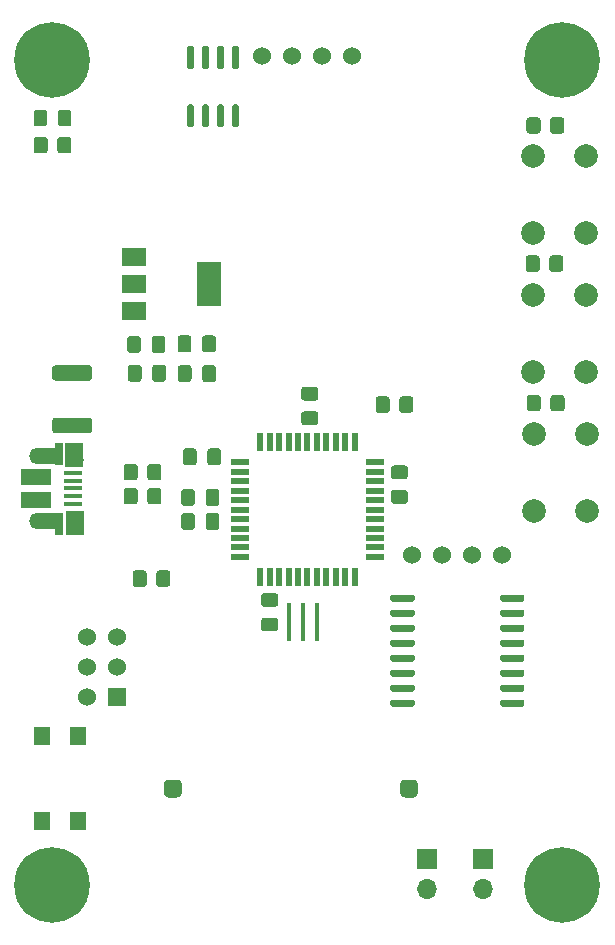
<source format=gbr>
%TF.GenerationSoftware,KiCad,Pcbnew,5.1.8-db9833491~87~ubuntu20.04.1*%
%TF.CreationDate,2020-11-19T17:12:54+01:00*%
%TF.ProjectId,custom-arduino-rtc-temperature-humidity,63757374-6f6d-42d6-9172-6475696e6f2d,rev?*%
%TF.SameCoordinates,Original*%
%TF.FileFunction,Soldermask,Top*%
%TF.FilePolarity,Negative*%
%FSLAX46Y46*%
G04 Gerber Fmt 4.6, Leading zero omitted, Abs format (unit mm)*
G04 Created by KiCad (PCBNEW 5.1.8-db9833491~87~ubuntu20.04.1) date 2020-11-19 17:12:54*
%MOMM*%
%LPD*%
G01*
G04 APERTURE LIST*
%ADD10R,1.400000X1.600000*%
%ADD11O,1.700000X1.700000*%
%ADD12R,1.700000X1.700000*%
%ADD13C,1.524000*%
%ADD14R,2.000000X1.500000*%
%ADD15R,2.000000X3.800000*%
%ADD16C,2.000000*%
%ADD17R,0.400000X3.200000*%
%ADD18R,1.524000X1.524000*%
%ADD19C,0.800000*%
%ADD20C,6.400000*%
%ADD21R,2.500000X1.430000*%
%ADD22O,1.700000X1.350000*%
%ADD23O,1.500000X1.100000*%
%ADD24R,1.650000X0.400000*%
%ADD25R,1.500000X2.000000*%
%ADD26R,0.700000X1.825000*%
%ADD27R,2.000000X1.350000*%
%ADD28R,1.500000X0.550000*%
%ADD29R,0.550000X1.500000*%
G04 APERTURE END LIST*
D10*
%TO.C,SW4*%
X107085000Y-81363000D03*
X107085000Y-88563000D03*
X110085000Y-81363000D03*
X110085000Y-88563000D03*
%TD*%
D11*
%TO.C,J7*%
X139700000Y-94361000D03*
D12*
X139700000Y-91821000D03*
%TD*%
D11*
%TO.C,J6*%
X144399000Y-94361000D03*
D12*
X144399000Y-91821000D03*
%TD*%
%TO.C,U4*%
G36*
G01*
X119784000Y-24916000D02*
X119484000Y-24916000D01*
G75*
G02*
X119334000Y-24766000I0J150000D01*
G01*
X119334000Y-23116000D01*
G75*
G02*
X119484000Y-22966000I150000J0D01*
G01*
X119784000Y-22966000D01*
G75*
G02*
X119934000Y-23116000I0J-150000D01*
G01*
X119934000Y-24766000D01*
G75*
G02*
X119784000Y-24916000I-150000J0D01*
G01*
G37*
G36*
G01*
X121054000Y-24916000D02*
X120754000Y-24916000D01*
G75*
G02*
X120604000Y-24766000I0J150000D01*
G01*
X120604000Y-23116000D01*
G75*
G02*
X120754000Y-22966000I150000J0D01*
G01*
X121054000Y-22966000D01*
G75*
G02*
X121204000Y-23116000I0J-150000D01*
G01*
X121204000Y-24766000D01*
G75*
G02*
X121054000Y-24916000I-150000J0D01*
G01*
G37*
G36*
G01*
X122324000Y-24916000D02*
X122024000Y-24916000D01*
G75*
G02*
X121874000Y-24766000I0J150000D01*
G01*
X121874000Y-23116000D01*
G75*
G02*
X122024000Y-22966000I150000J0D01*
G01*
X122324000Y-22966000D01*
G75*
G02*
X122474000Y-23116000I0J-150000D01*
G01*
X122474000Y-24766000D01*
G75*
G02*
X122324000Y-24916000I-150000J0D01*
G01*
G37*
G36*
G01*
X123594000Y-24916000D02*
X123294000Y-24916000D01*
G75*
G02*
X123144000Y-24766000I0J150000D01*
G01*
X123144000Y-23116000D01*
G75*
G02*
X123294000Y-22966000I150000J0D01*
G01*
X123594000Y-22966000D01*
G75*
G02*
X123744000Y-23116000I0J-150000D01*
G01*
X123744000Y-24766000D01*
G75*
G02*
X123594000Y-24916000I-150000J0D01*
G01*
G37*
G36*
G01*
X123594000Y-29866000D02*
X123294000Y-29866000D01*
G75*
G02*
X123144000Y-29716000I0J150000D01*
G01*
X123144000Y-28066000D01*
G75*
G02*
X123294000Y-27916000I150000J0D01*
G01*
X123594000Y-27916000D01*
G75*
G02*
X123744000Y-28066000I0J-150000D01*
G01*
X123744000Y-29716000D01*
G75*
G02*
X123594000Y-29866000I-150000J0D01*
G01*
G37*
G36*
G01*
X122324000Y-29866000D02*
X122024000Y-29866000D01*
G75*
G02*
X121874000Y-29716000I0J150000D01*
G01*
X121874000Y-28066000D01*
G75*
G02*
X122024000Y-27916000I150000J0D01*
G01*
X122324000Y-27916000D01*
G75*
G02*
X122474000Y-28066000I0J-150000D01*
G01*
X122474000Y-29716000D01*
G75*
G02*
X122324000Y-29866000I-150000J0D01*
G01*
G37*
G36*
G01*
X121054000Y-29866000D02*
X120754000Y-29866000D01*
G75*
G02*
X120604000Y-29716000I0J150000D01*
G01*
X120604000Y-28066000D01*
G75*
G02*
X120754000Y-27916000I150000J0D01*
G01*
X121054000Y-27916000D01*
G75*
G02*
X121204000Y-28066000I0J-150000D01*
G01*
X121204000Y-29716000D01*
G75*
G02*
X121054000Y-29866000I-150000J0D01*
G01*
G37*
G36*
G01*
X119784000Y-29866000D02*
X119484000Y-29866000D01*
G75*
G02*
X119334000Y-29716000I0J150000D01*
G01*
X119334000Y-28066000D01*
G75*
G02*
X119484000Y-27916000I150000J0D01*
G01*
X119784000Y-27916000D01*
G75*
G02*
X119934000Y-28066000I0J-150000D01*
G01*
X119934000Y-29716000D01*
G75*
G02*
X119784000Y-29866000I-150000J0D01*
G01*
G37*
%TD*%
%TO.C,R8*%
G36*
G01*
X107550000Y-30918999D02*
X107550000Y-31819001D01*
G75*
G02*
X107300001Y-32069000I-249999J0D01*
G01*
X106599999Y-32069000D01*
G75*
G02*
X106350000Y-31819001I0J249999D01*
G01*
X106350000Y-30918999D01*
G75*
G02*
X106599999Y-30669000I249999J0D01*
G01*
X107300001Y-30669000D01*
G75*
G02*
X107550000Y-30918999I0J-249999D01*
G01*
G37*
G36*
G01*
X109550000Y-30918999D02*
X109550000Y-31819001D01*
G75*
G02*
X109300001Y-32069000I-249999J0D01*
G01*
X108599999Y-32069000D01*
G75*
G02*
X108350000Y-31819001I0J249999D01*
G01*
X108350000Y-30918999D01*
G75*
G02*
X108599999Y-30669000I249999J0D01*
G01*
X109300001Y-30669000D01*
G75*
G02*
X109550000Y-30918999I0J-249999D01*
G01*
G37*
%TD*%
%TO.C,D1*%
G36*
G01*
X107500000Y-28632999D02*
X107500000Y-29533001D01*
G75*
G02*
X107250001Y-29783000I-249999J0D01*
G01*
X106599999Y-29783000D01*
G75*
G02*
X106350000Y-29533001I0J249999D01*
G01*
X106350000Y-28632999D01*
G75*
G02*
X106599999Y-28383000I249999J0D01*
G01*
X107250001Y-28383000D01*
G75*
G02*
X107500000Y-28632999I0J-249999D01*
G01*
G37*
G36*
G01*
X109550000Y-28632999D02*
X109550000Y-29533001D01*
G75*
G02*
X109300001Y-29783000I-249999J0D01*
G01*
X108649999Y-29783000D01*
G75*
G02*
X108400000Y-29533001I0J249999D01*
G01*
X108400000Y-28632999D01*
G75*
G02*
X108649999Y-28383000I249999J0D01*
G01*
X109300001Y-28383000D01*
G75*
G02*
X109550000Y-28632999I0J-249999D01*
G01*
G37*
%TD*%
%TO.C,R7*%
G36*
G01*
X135306000Y-53790001D02*
X135306000Y-52889999D01*
G75*
G02*
X135555999Y-52640000I249999J0D01*
G01*
X136256001Y-52640000D01*
G75*
G02*
X136506000Y-52889999I0J-249999D01*
G01*
X136506000Y-53790001D01*
G75*
G02*
X136256001Y-54040000I-249999J0D01*
G01*
X135555999Y-54040000D01*
G75*
G02*
X135306000Y-53790001I0J249999D01*
G01*
G37*
G36*
G01*
X137306000Y-53790001D02*
X137306000Y-52889999D01*
G75*
G02*
X137555999Y-52640000I249999J0D01*
G01*
X138256001Y-52640000D01*
G75*
G02*
X138506000Y-52889999I0J-249999D01*
G01*
X138506000Y-53790001D01*
G75*
G02*
X138256001Y-54040000I-249999J0D01*
G01*
X137555999Y-54040000D01*
G75*
G02*
X137306000Y-53790001I0J249999D01*
G01*
G37*
%TD*%
%TO.C,BT2*%
G36*
G01*
X118905000Y-85457000D02*
X118905000Y-86219000D01*
G75*
G02*
X118524000Y-86600000I-381000J0D01*
G01*
X117762000Y-86600000D01*
G75*
G02*
X117381000Y-86219000I0J381000D01*
G01*
X117381000Y-85457000D01*
G75*
G02*
X117762000Y-85076000I381000J0D01*
G01*
X118524000Y-85076000D01*
G75*
G02*
X118905000Y-85457000I0J-381000D01*
G01*
G37*
G36*
G01*
X138905000Y-85457000D02*
X138905000Y-86219000D01*
G75*
G02*
X138524000Y-86600000I-381000J0D01*
G01*
X137762000Y-86600000D01*
G75*
G02*
X137381000Y-86219000I0J381000D01*
G01*
X137381000Y-85457000D01*
G75*
G02*
X137762000Y-85076000I381000J0D01*
G01*
X138524000Y-85076000D01*
G75*
G02*
X138905000Y-85457000I0J-381000D01*
G01*
G37*
%TD*%
D13*
%TO.C,J4*%
X133350000Y-23830000D03*
X130810000Y-23830000D03*
X128270000Y-23830000D03*
X125730000Y-23830000D03*
%TD*%
%TO.C,J3*%
X138430000Y-66040000D03*
X146050000Y-66040000D03*
X143510000Y-66040000D03*
X140970000Y-66040000D03*
%TD*%
D14*
%TO.C,U3*%
X114871100Y-40829200D03*
X114871100Y-45429200D03*
X114871100Y-43129200D03*
D15*
X121171100Y-43129200D03*
%TD*%
%TO.C,C11*%
G36*
G01*
X119730100Y-50236100D02*
X119730100Y-51186100D01*
G75*
G02*
X119480100Y-51436100I-250000J0D01*
G01*
X118805100Y-51436100D01*
G75*
G02*
X118555100Y-51186100I0J250000D01*
G01*
X118555100Y-50236100D01*
G75*
G02*
X118805100Y-49986100I250000J0D01*
G01*
X119480100Y-49986100D01*
G75*
G02*
X119730100Y-50236100I0J-250000D01*
G01*
G37*
G36*
G01*
X121805100Y-50236100D02*
X121805100Y-51186100D01*
G75*
G02*
X121555100Y-51436100I-250000J0D01*
G01*
X120880100Y-51436100D01*
G75*
G02*
X120630100Y-51186100I0J250000D01*
G01*
X120630100Y-50236100D01*
G75*
G02*
X120880100Y-49986100I250000J0D01*
G01*
X121555100Y-49986100D01*
G75*
G02*
X121805100Y-50236100I0J-250000D01*
G01*
G37*
%TD*%
%TO.C,C10*%
G36*
G01*
X119717400Y-47721500D02*
X119717400Y-48671500D01*
G75*
G02*
X119467400Y-48921500I-250000J0D01*
G01*
X118792400Y-48921500D01*
G75*
G02*
X118542400Y-48671500I0J250000D01*
G01*
X118542400Y-47721500D01*
G75*
G02*
X118792400Y-47471500I250000J0D01*
G01*
X119467400Y-47471500D01*
G75*
G02*
X119717400Y-47721500I0J-250000D01*
G01*
G37*
G36*
G01*
X121792400Y-47721500D02*
X121792400Y-48671500D01*
G75*
G02*
X121542400Y-48921500I-250000J0D01*
G01*
X120867400Y-48921500D01*
G75*
G02*
X120617400Y-48671500I0J250000D01*
G01*
X120617400Y-47721500D01*
G75*
G02*
X120867400Y-47471500I250000J0D01*
G01*
X121542400Y-47471500D01*
G75*
G02*
X121792400Y-47721500I0J-250000D01*
G01*
G37*
%TD*%
%TO.C,C9*%
G36*
G01*
X116337500Y-48722300D02*
X116337500Y-47772300D01*
G75*
G02*
X116587500Y-47522300I250000J0D01*
G01*
X117262500Y-47522300D01*
G75*
G02*
X117512500Y-47772300I0J-250000D01*
G01*
X117512500Y-48722300D01*
G75*
G02*
X117262500Y-48972300I-250000J0D01*
G01*
X116587500Y-48972300D01*
G75*
G02*
X116337500Y-48722300I0J250000D01*
G01*
G37*
G36*
G01*
X114262500Y-48722300D02*
X114262500Y-47772300D01*
G75*
G02*
X114512500Y-47522300I250000J0D01*
G01*
X115187500Y-47522300D01*
G75*
G02*
X115437500Y-47772300I0J-250000D01*
G01*
X115437500Y-48722300D01*
G75*
G02*
X115187500Y-48972300I-250000J0D01*
G01*
X114512500Y-48972300D01*
G75*
G02*
X114262500Y-48722300I0J250000D01*
G01*
G37*
%TD*%
%TO.C,C8*%
G36*
G01*
X116401000Y-51160700D02*
X116401000Y-50210700D01*
G75*
G02*
X116651000Y-49960700I250000J0D01*
G01*
X117326000Y-49960700D01*
G75*
G02*
X117576000Y-50210700I0J-250000D01*
G01*
X117576000Y-51160700D01*
G75*
G02*
X117326000Y-51410700I-250000J0D01*
G01*
X116651000Y-51410700D01*
G75*
G02*
X116401000Y-51160700I0J250000D01*
G01*
G37*
G36*
G01*
X114326000Y-51160700D02*
X114326000Y-50210700D01*
G75*
G02*
X114576000Y-49960700I250000J0D01*
G01*
X115251000Y-49960700D01*
G75*
G02*
X115501000Y-50210700I0J-250000D01*
G01*
X115501000Y-51160700D01*
G75*
G02*
X115251000Y-51410700I-250000J0D01*
G01*
X114576000Y-51410700D01*
G75*
G02*
X114326000Y-51160700I0J250000D01*
G01*
G37*
%TD*%
%TO.C,C5*%
G36*
G01*
X120009500Y-62758300D02*
X120009500Y-63708300D01*
G75*
G02*
X119759500Y-63958300I-250000J0D01*
G01*
X119084500Y-63958300D01*
G75*
G02*
X118834500Y-63708300I0J250000D01*
G01*
X118834500Y-62758300D01*
G75*
G02*
X119084500Y-62508300I250000J0D01*
G01*
X119759500Y-62508300D01*
G75*
G02*
X120009500Y-62758300I0J-250000D01*
G01*
G37*
G36*
G01*
X122084500Y-62758300D02*
X122084500Y-63708300D01*
G75*
G02*
X121834500Y-63958300I-250000J0D01*
G01*
X121159500Y-63958300D01*
G75*
G02*
X120909500Y-63708300I0J250000D01*
G01*
X120909500Y-62758300D01*
G75*
G02*
X121159500Y-62508300I250000J0D01*
G01*
X121834500Y-62508300D01*
G75*
G02*
X122084500Y-62758300I0J-250000D01*
G01*
G37*
%TD*%
%TO.C,C4*%
G36*
G01*
X125864600Y-71366800D02*
X126814600Y-71366800D01*
G75*
G02*
X127064600Y-71616800I0J-250000D01*
G01*
X127064600Y-72291800D01*
G75*
G02*
X126814600Y-72541800I-250000J0D01*
G01*
X125864600Y-72541800D01*
G75*
G02*
X125614600Y-72291800I0J250000D01*
G01*
X125614600Y-71616800D01*
G75*
G02*
X125864600Y-71366800I250000J0D01*
G01*
G37*
G36*
G01*
X125864600Y-69291800D02*
X126814600Y-69291800D01*
G75*
G02*
X127064600Y-69541800I0J-250000D01*
G01*
X127064600Y-70216800D01*
G75*
G02*
X126814600Y-70466800I-250000J0D01*
G01*
X125864600Y-70466800D01*
G75*
G02*
X125614600Y-70216800I0J250000D01*
G01*
X125614600Y-69541800D01*
G75*
G02*
X125864600Y-69291800I250000J0D01*
G01*
G37*
%TD*%
%TO.C,F1*%
G36*
G01*
X108163699Y-54457800D02*
X111063701Y-54457800D01*
G75*
G02*
X111313700Y-54707799I0J-249999D01*
G01*
X111313700Y-55507801D01*
G75*
G02*
X111063701Y-55757800I-249999J0D01*
G01*
X108163699Y-55757800D01*
G75*
G02*
X107913700Y-55507801I0J249999D01*
G01*
X107913700Y-54707799D01*
G75*
G02*
X108163699Y-54457800I249999J0D01*
G01*
G37*
G36*
G01*
X108163699Y-50007800D02*
X111063701Y-50007800D01*
G75*
G02*
X111313700Y-50257799I0J-249999D01*
G01*
X111313700Y-51057801D01*
G75*
G02*
X111063701Y-51307800I-249999J0D01*
G01*
X108163699Y-51307800D01*
G75*
G02*
X107913700Y-51057801I0J249999D01*
G01*
X107913700Y-50257799D01*
G75*
G02*
X108163699Y-50007800I249999J0D01*
G01*
G37*
%TD*%
D16*
%TO.C,SW3*%
X153187400Y-62303800D03*
X148687400Y-62303800D03*
X153187400Y-55803800D03*
X148687400Y-55803800D03*
%TD*%
%TO.C,SW2*%
X153162000Y-38783400D03*
X148662000Y-38783400D03*
X153162000Y-32283400D03*
X148662000Y-32283400D03*
%TD*%
%TO.C,SW1*%
X153162000Y-50569000D03*
X148662000Y-50569000D03*
X153162000Y-44069000D03*
X148662000Y-44069000D03*
%TD*%
%TO.C,R6*%
G36*
G01*
X151307600Y-52762999D02*
X151307600Y-53663001D01*
G75*
G02*
X151057601Y-53913000I-249999J0D01*
G01*
X150357599Y-53913000D01*
G75*
G02*
X150107600Y-53663001I0J249999D01*
G01*
X150107600Y-52762999D01*
G75*
G02*
X150357599Y-52513000I249999J0D01*
G01*
X151057601Y-52513000D01*
G75*
G02*
X151307600Y-52762999I0J-249999D01*
G01*
G37*
G36*
G01*
X149307600Y-52762999D02*
X149307600Y-53663001D01*
G75*
G02*
X149057601Y-53913000I-249999J0D01*
G01*
X148357599Y-53913000D01*
G75*
G02*
X148107600Y-53663001I0J249999D01*
G01*
X148107600Y-52762999D01*
G75*
G02*
X148357599Y-52513000I249999J0D01*
G01*
X149057601Y-52513000D01*
G75*
G02*
X149307600Y-52762999I0J-249999D01*
G01*
G37*
%TD*%
%TO.C,R5*%
G36*
G01*
X149282200Y-29255299D02*
X149282200Y-30155301D01*
G75*
G02*
X149032201Y-30405300I-249999J0D01*
G01*
X148332199Y-30405300D01*
G75*
G02*
X148082200Y-30155301I0J249999D01*
G01*
X148082200Y-29255299D01*
G75*
G02*
X148332199Y-29005300I249999J0D01*
G01*
X149032201Y-29005300D01*
G75*
G02*
X149282200Y-29255299I0J-249999D01*
G01*
G37*
G36*
G01*
X151282200Y-29255299D02*
X151282200Y-30155301D01*
G75*
G02*
X151032201Y-30405300I-249999J0D01*
G01*
X150332199Y-30405300D01*
G75*
G02*
X150082200Y-30155301I0J249999D01*
G01*
X150082200Y-29255299D01*
G75*
G02*
X150332199Y-29005300I249999J0D01*
G01*
X151032201Y-29005300D01*
G75*
G02*
X151282200Y-29255299I0J-249999D01*
G01*
G37*
%TD*%
%TO.C,R3*%
G36*
G01*
X149206000Y-40951999D02*
X149206000Y-41852001D01*
G75*
G02*
X148956001Y-42102000I-249999J0D01*
G01*
X148255999Y-42102000D01*
G75*
G02*
X148006000Y-41852001I0J249999D01*
G01*
X148006000Y-40951999D01*
G75*
G02*
X148255999Y-40702000I249999J0D01*
G01*
X148956001Y-40702000D01*
G75*
G02*
X149206000Y-40951999I0J-249999D01*
G01*
G37*
G36*
G01*
X151206000Y-40951999D02*
X151206000Y-41852001D01*
G75*
G02*
X150956001Y-42102000I-249999J0D01*
G01*
X150255999Y-42102000D01*
G75*
G02*
X150006000Y-41852001I0J249999D01*
G01*
X150006000Y-40951999D01*
G75*
G02*
X150255999Y-40702000I249999J0D01*
G01*
X150956001Y-40702000D01*
G75*
G02*
X151206000Y-40951999I0J-249999D01*
G01*
G37*
%TD*%
%TO.C,C2*%
G36*
G01*
X137800100Y-59655200D02*
X136850100Y-59655200D01*
G75*
G02*
X136600100Y-59405200I0J250000D01*
G01*
X136600100Y-58730200D01*
G75*
G02*
X136850100Y-58480200I250000J0D01*
G01*
X137800100Y-58480200D01*
G75*
G02*
X138050100Y-58730200I0J-250000D01*
G01*
X138050100Y-59405200D01*
G75*
G02*
X137800100Y-59655200I-250000J0D01*
G01*
G37*
G36*
G01*
X137800100Y-61730200D02*
X136850100Y-61730200D01*
G75*
G02*
X136600100Y-61480200I0J250000D01*
G01*
X136600100Y-60805200D01*
G75*
G02*
X136850100Y-60555200I250000J0D01*
G01*
X137800100Y-60555200D01*
G75*
G02*
X138050100Y-60805200I0J-250000D01*
G01*
X138050100Y-61480200D01*
G75*
G02*
X137800100Y-61730200I-250000J0D01*
G01*
G37*
%TD*%
%TO.C,C1*%
G36*
G01*
X120161900Y-57284600D02*
X120161900Y-58234600D01*
G75*
G02*
X119911900Y-58484600I-250000J0D01*
G01*
X119236900Y-58484600D01*
G75*
G02*
X118986900Y-58234600I0J250000D01*
G01*
X118986900Y-57284600D01*
G75*
G02*
X119236900Y-57034600I250000J0D01*
G01*
X119911900Y-57034600D01*
G75*
G02*
X120161900Y-57284600I0J-250000D01*
G01*
G37*
G36*
G01*
X122236900Y-57284600D02*
X122236900Y-58234600D01*
G75*
G02*
X121986900Y-58484600I-250000J0D01*
G01*
X121311900Y-58484600D01*
G75*
G02*
X121061900Y-58234600I0J250000D01*
G01*
X121061900Y-57284600D01*
G75*
G02*
X121311900Y-57034600I250000J0D01*
G01*
X121986900Y-57034600D01*
G75*
G02*
X122236900Y-57284600I0J-250000D01*
G01*
G37*
%TD*%
%TO.C,R4*%
G36*
G01*
X115932000Y-67621999D02*
X115932000Y-68522001D01*
G75*
G02*
X115682001Y-68772000I-249999J0D01*
G01*
X114981999Y-68772000D01*
G75*
G02*
X114732000Y-68522001I0J249999D01*
G01*
X114732000Y-67621999D01*
G75*
G02*
X114981999Y-67372000I249999J0D01*
G01*
X115682001Y-67372000D01*
G75*
G02*
X115932000Y-67621999I0J-249999D01*
G01*
G37*
G36*
G01*
X117932000Y-67621999D02*
X117932000Y-68522001D01*
G75*
G02*
X117682001Y-68772000I-249999J0D01*
G01*
X116981999Y-68772000D01*
G75*
G02*
X116732000Y-68522001I0J249999D01*
G01*
X116732000Y-67621999D01*
G75*
G02*
X116981999Y-67372000I249999J0D01*
G01*
X117682001Y-67372000D01*
G75*
G02*
X117932000Y-67621999I0J-249999D01*
G01*
G37*
%TD*%
%TO.C,R2*%
G36*
G01*
X115170000Y-58604999D02*
X115170000Y-59505001D01*
G75*
G02*
X114920001Y-59755000I-249999J0D01*
G01*
X114219999Y-59755000D01*
G75*
G02*
X113970000Y-59505001I0J249999D01*
G01*
X113970000Y-58604999D01*
G75*
G02*
X114219999Y-58355000I249999J0D01*
G01*
X114920001Y-58355000D01*
G75*
G02*
X115170000Y-58604999I0J-249999D01*
G01*
G37*
G36*
G01*
X117170000Y-58604999D02*
X117170000Y-59505001D01*
G75*
G02*
X116920001Y-59755000I-249999J0D01*
G01*
X116219999Y-59755000D01*
G75*
G02*
X115970000Y-59505001I0J249999D01*
G01*
X115970000Y-58604999D01*
G75*
G02*
X116219999Y-58355000I249999J0D01*
G01*
X116920001Y-58355000D01*
G75*
G02*
X117170000Y-58604999I0J-249999D01*
G01*
G37*
%TD*%
%TO.C,R1*%
G36*
G01*
X115170000Y-60636999D02*
X115170000Y-61537001D01*
G75*
G02*
X114920001Y-61787000I-249999J0D01*
G01*
X114219999Y-61787000D01*
G75*
G02*
X113970000Y-61537001I0J249999D01*
G01*
X113970000Y-60636999D01*
G75*
G02*
X114219999Y-60387000I249999J0D01*
G01*
X114920001Y-60387000D01*
G75*
G02*
X115170000Y-60636999I0J-249999D01*
G01*
G37*
G36*
G01*
X117170000Y-60636999D02*
X117170000Y-61537001D01*
G75*
G02*
X116920001Y-61787000I-249999J0D01*
G01*
X116219999Y-61787000D01*
G75*
G02*
X115970000Y-61537001I0J249999D01*
G01*
X115970000Y-60636999D01*
G75*
G02*
X116219999Y-60387000I249999J0D01*
G01*
X116920001Y-60387000D01*
G75*
G02*
X117170000Y-60636999I0J-249999D01*
G01*
G37*
%TD*%
D17*
%TO.C,Y1*%
X127959000Y-71755000D03*
X129159000Y-71755000D03*
X130359000Y-71755000D03*
%TD*%
D13*
%TO.C,J1*%
X110871000Y-73025000D03*
X113411000Y-73025000D03*
X110871000Y-75565000D03*
X113411000Y-75565000D03*
X110871000Y-78105000D03*
D18*
X113411000Y-78105000D03*
%TD*%
%TO.C,C6*%
G36*
G01*
X129255500Y-53904300D02*
X130205500Y-53904300D01*
G75*
G02*
X130455500Y-54154300I0J-250000D01*
G01*
X130455500Y-54829300D01*
G75*
G02*
X130205500Y-55079300I-250000J0D01*
G01*
X129255500Y-55079300D01*
G75*
G02*
X129005500Y-54829300I0J250000D01*
G01*
X129005500Y-54154300D01*
G75*
G02*
X129255500Y-53904300I250000J0D01*
G01*
G37*
G36*
G01*
X129255500Y-51829300D02*
X130205500Y-51829300D01*
G75*
G02*
X130455500Y-52079300I0J-250000D01*
G01*
X130455500Y-52754300D01*
G75*
G02*
X130205500Y-53004300I-250000J0D01*
G01*
X129255500Y-53004300D01*
G75*
G02*
X129005500Y-52754300I0J250000D01*
G01*
X129005500Y-52079300D01*
G75*
G02*
X129255500Y-51829300I250000J0D01*
G01*
G37*
%TD*%
D19*
%TO.C,H4*%
X152827056Y-92282944D03*
X151130000Y-91580000D03*
X149432944Y-92282944D03*
X148730000Y-93980000D03*
X149432944Y-95677056D03*
X151130000Y-96380000D03*
X152827056Y-95677056D03*
X153530000Y-93980000D03*
D20*
X151130000Y-93980000D03*
%TD*%
D21*
%TO.C,J2*%
X106565000Y-61387000D03*
X106565000Y-59467000D03*
D22*
X106835000Y-63157000D03*
X106835000Y-57697000D03*
D23*
X109835000Y-62847000D03*
X109835000Y-58007000D03*
D24*
X109715000Y-61727000D03*
X109715000Y-61077000D03*
X109715000Y-60427000D03*
X109715000Y-59777000D03*
X109715000Y-59127000D03*
D25*
X109835000Y-63327000D03*
X109815000Y-57577000D03*
D26*
X108515000Y-63427000D03*
X108515000Y-57477000D03*
D27*
X107765000Y-57697000D03*
X107765000Y-63177000D03*
%TD*%
%TO.C,C3*%
G36*
G01*
X120009500Y-60726300D02*
X120009500Y-61676300D01*
G75*
G02*
X119759500Y-61926300I-250000J0D01*
G01*
X119084500Y-61926300D01*
G75*
G02*
X118834500Y-61676300I0J250000D01*
G01*
X118834500Y-60726300D01*
G75*
G02*
X119084500Y-60476300I250000J0D01*
G01*
X119759500Y-60476300D01*
G75*
G02*
X120009500Y-60726300I0J-250000D01*
G01*
G37*
G36*
G01*
X122084500Y-60726300D02*
X122084500Y-61676300D01*
G75*
G02*
X121834500Y-61926300I-250000J0D01*
G01*
X121159500Y-61926300D01*
G75*
G02*
X120909500Y-61676300I0J250000D01*
G01*
X120909500Y-60726300D01*
G75*
G02*
X121159500Y-60476300I250000J0D01*
G01*
X121834500Y-60476300D01*
G75*
G02*
X122084500Y-60726300I0J-250000D01*
G01*
G37*
%TD*%
D19*
%TO.C,H3*%
X152827056Y-22432944D03*
X151130000Y-21730000D03*
X149432944Y-22432944D03*
X148730000Y-24130000D03*
X149432944Y-25827056D03*
X151130000Y-26530000D03*
X152827056Y-25827056D03*
X153530000Y-24130000D03*
D20*
X151130000Y-24130000D03*
%TD*%
D19*
%TO.C,H2*%
X109647056Y-92282944D03*
X107950000Y-91580000D03*
X106252944Y-92282944D03*
X105550000Y-93980000D03*
X106252944Y-95677056D03*
X107950000Y-96380000D03*
X109647056Y-95677056D03*
X110350000Y-93980000D03*
D20*
X107950000Y-93980000D03*
%TD*%
D19*
%TO.C,H1*%
X109647056Y-22432944D03*
X107950000Y-21730000D03*
X106252944Y-22432944D03*
X105550000Y-24130000D03*
X106252944Y-25827056D03*
X107950000Y-26530000D03*
X109647056Y-25827056D03*
X110350000Y-24130000D03*
D20*
X107950000Y-24130000D03*
%TD*%
D28*
%TO.C,U2*%
X123840000Y-58230000D03*
X123840000Y-59030000D03*
X123840000Y-59830000D03*
X123840000Y-60630000D03*
X123840000Y-61430000D03*
X123840000Y-62230000D03*
X123840000Y-63030000D03*
X123840000Y-63830000D03*
X123840000Y-64630000D03*
X123840000Y-65430000D03*
X123840000Y-66230000D03*
D29*
X125540000Y-67930000D03*
X126340000Y-67930000D03*
X127140000Y-67930000D03*
X127940000Y-67930000D03*
X128740000Y-67930000D03*
X129540000Y-67930000D03*
X130340000Y-67930000D03*
X131140000Y-67930000D03*
X131940000Y-67930000D03*
X132740000Y-67930000D03*
X133540000Y-67930000D03*
D28*
X135240000Y-66230000D03*
X135240000Y-65430000D03*
X135240000Y-64630000D03*
X135240000Y-63830000D03*
X135240000Y-63030000D03*
X135240000Y-62230000D03*
X135240000Y-61430000D03*
X135240000Y-60630000D03*
X135240000Y-59830000D03*
X135240000Y-59030000D03*
X135240000Y-58230000D03*
D29*
X133540000Y-56530000D03*
X132740000Y-56530000D03*
X131940000Y-56530000D03*
X131140000Y-56530000D03*
X130340000Y-56530000D03*
X129540000Y-56530000D03*
X128740000Y-56530000D03*
X127940000Y-56530000D03*
X127140000Y-56530000D03*
X126340000Y-56530000D03*
X125540000Y-56530000D03*
%TD*%
%TO.C,U1*%
G36*
G01*
X145865000Y-69873000D02*
X145865000Y-69573000D01*
G75*
G02*
X146015000Y-69423000I150000J0D01*
G01*
X147765000Y-69423000D01*
G75*
G02*
X147915000Y-69573000I0J-150000D01*
G01*
X147915000Y-69873000D01*
G75*
G02*
X147765000Y-70023000I-150000J0D01*
G01*
X146015000Y-70023000D01*
G75*
G02*
X145865000Y-69873000I0J150000D01*
G01*
G37*
G36*
G01*
X145865000Y-71143000D02*
X145865000Y-70843000D01*
G75*
G02*
X146015000Y-70693000I150000J0D01*
G01*
X147765000Y-70693000D01*
G75*
G02*
X147915000Y-70843000I0J-150000D01*
G01*
X147915000Y-71143000D01*
G75*
G02*
X147765000Y-71293000I-150000J0D01*
G01*
X146015000Y-71293000D01*
G75*
G02*
X145865000Y-71143000I0J150000D01*
G01*
G37*
G36*
G01*
X145865000Y-72413000D02*
X145865000Y-72113000D01*
G75*
G02*
X146015000Y-71963000I150000J0D01*
G01*
X147765000Y-71963000D01*
G75*
G02*
X147915000Y-72113000I0J-150000D01*
G01*
X147915000Y-72413000D01*
G75*
G02*
X147765000Y-72563000I-150000J0D01*
G01*
X146015000Y-72563000D01*
G75*
G02*
X145865000Y-72413000I0J150000D01*
G01*
G37*
G36*
G01*
X145865000Y-73683000D02*
X145865000Y-73383000D01*
G75*
G02*
X146015000Y-73233000I150000J0D01*
G01*
X147765000Y-73233000D01*
G75*
G02*
X147915000Y-73383000I0J-150000D01*
G01*
X147915000Y-73683000D01*
G75*
G02*
X147765000Y-73833000I-150000J0D01*
G01*
X146015000Y-73833000D01*
G75*
G02*
X145865000Y-73683000I0J150000D01*
G01*
G37*
G36*
G01*
X145865000Y-74953000D02*
X145865000Y-74653000D01*
G75*
G02*
X146015000Y-74503000I150000J0D01*
G01*
X147765000Y-74503000D01*
G75*
G02*
X147915000Y-74653000I0J-150000D01*
G01*
X147915000Y-74953000D01*
G75*
G02*
X147765000Y-75103000I-150000J0D01*
G01*
X146015000Y-75103000D01*
G75*
G02*
X145865000Y-74953000I0J150000D01*
G01*
G37*
G36*
G01*
X145865000Y-76223000D02*
X145865000Y-75923000D01*
G75*
G02*
X146015000Y-75773000I150000J0D01*
G01*
X147765000Y-75773000D01*
G75*
G02*
X147915000Y-75923000I0J-150000D01*
G01*
X147915000Y-76223000D01*
G75*
G02*
X147765000Y-76373000I-150000J0D01*
G01*
X146015000Y-76373000D01*
G75*
G02*
X145865000Y-76223000I0J150000D01*
G01*
G37*
G36*
G01*
X145865000Y-77493000D02*
X145865000Y-77193000D01*
G75*
G02*
X146015000Y-77043000I150000J0D01*
G01*
X147765000Y-77043000D01*
G75*
G02*
X147915000Y-77193000I0J-150000D01*
G01*
X147915000Y-77493000D01*
G75*
G02*
X147765000Y-77643000I-150000J0D01*
G01*
X146015000Y-77643000D01*
G75*
G02*
X145865000Y-77493000I0J150000D01*
G01*
G37*
G36*
G01*
X145865000Y-78763000D02*
X145865000Y-78463000D01*
G75*
G02*
X146015000Y-78313000I150000J0D01*
G01*
X147765000Y-78313000D01*
G75*
G02*
X147915000Y-78463000I0J-150000D01*
G01*
X147915000Y-78763000D01*
G75*
G02*
X147765000Y-78913000I-150000J0D01*
G01*
X146015000Y-78913000D01*
G75*
G02*
X145865000Y-78763000I0J150000D01*
G01*
G37*
G36*
G01*
X136565000Y-78763000D02*
X136565000Y-78463000D01*
G75*
G02*
X136715000Y-78313000I150000J0D01*
G01*
X138465000Y-78313000D01*
G75*
G02*
X138615000Y-78463000I0J-150000D01*
G01*
X138615000Y-78763000D01*
G75*
G02*
X138465000Y-78913000I-150000J0D01*
G01*
X136715000Y-78913000D01*
G75*
G02*
X136565000Y-78763000I0J150000D01*
G01*
G37*
G36*
G01*
X136565000Y-77493000D02*
X136565000Y-77193000D01*
G75*
G02*
X136715000Y-77043000I150000J0D01*
G01*
X138465000Y-77043000D01*
G75*
G02*
X138615000Y-77193000I0J-150000D01*
G01*
X138615000Y-77493000D01*
G75*
G02*
X138465000Y-77643000I-150000J0D01*
G01*
X136715000Y-77643000D01*
G75*
G02*
X136565000Y-77493000I0J150000D01*
G01*
G37*
G36*
G01*
X136565000Y-76223000D02*
X136565000Y-75923000D01*
G75*
G02*
X136715000Y-75773000I150000J0D01*
G01*
X138465000Y-75773000D01*
G75*
G02*
X138615000Y-75923000I0J-150000D01*
G01*
X138615000Y-76223000D01*
G75*
G02*
X138465000Y-76373000I-150000J0D01*
G01*
X136715000Y-76373000D01*
G75*
G02*
X136565000Y-76223000I0J150000D01*
G01*
G37*
G36*
G01*
X136565000Y-74953000D02*
X136565000Y-74653000D01*
G75*
G02*
X136715000Y-74503000I150000J0D01*
G01*
X138465000Y-74503000D01*
G75*
G02*
X138615000Y-74653000I0J-150000D01*
G01*
X138615000Y-74953000D01*
G75*
G02*
X138465000Y-75103000I-150000J0D01*
G01*
X136715000Y-75103000D01*
G75*
G02*
X136565000Y-74953000I0J150000D01*
G01*
G37*
G36*
G01*
X136565000Y-73683000D02*
X136565000Y-73383000D01*
G75*
G02*
X136715000Y-73233000I150000J0D01*
G01*
X138465000Y-73233000D01*
G75*
G02*
X138615000Y-73383000I0J-150000D01*
G01*
X138615000Y-73683000D01*
G75*
G02*
X138465000Y-73833000I-150000J0D01*
G01*
X136715000Y-73833000D01*
G75*
G02*
X136565000Y-73683000I0J150000D01*
G01*
G37*
G36*
G01*
X136565000Y-72413000D02*
X136565000Y-72113000D01*
G75*
G02*
X136715000Y-71963000I150000J0D01*
G01*
X138465000Y-71963000D01*
G75*
G02*
X138615000Y-72113000I0J-150000D01*
G01*
X138615000Y-72413000D01*
G75*
G02*
X138465000Y-72563000I-150000J0D01*
G01*
X136715000Y-72563000D01*
G75*
G02*
X136565000Y-72413000I0J150000D01*
G01*
G37*
G36*
G01*
X136565000Y-71143000D02*
X136565000Y-70843000D01*
G75*
G02*
X136715000Y-70693000I150000J0D01*
G01*
X138465000Y-70693000D01*
G75*
G02*
X138615000Y-70843000I0J-150000D01*
G01*
X138615000Y-71143000D01*
G75*
G02*
X138465000Y-71293000I-150000J0D01*
G01*
X136715000Y-71293000D01*
G75*
G02*
X136565000Y-71143000I0J150000D01*
G01*
G37*
G36*
G01*
X136565000Y-69873000D02*
X136565000Y-69573000D01*
G75*
G02*
X136715000Y-69423000I150000J0D01*
G01*
X138465000Y-69423000D01*
G75*
G02*
X138615000Y-69573000I0J-150000D01*
G01*
X138615000Y-69873000D01*
G75*
G02*
X138465000Y-70023000I-150000J0D01*
G01*
X136715000Y-70023000D01*
G75*
G02*
X136565000Y-69873000I0J150000D01*
G01*
G37*
%TD*%
M02*

</source>
